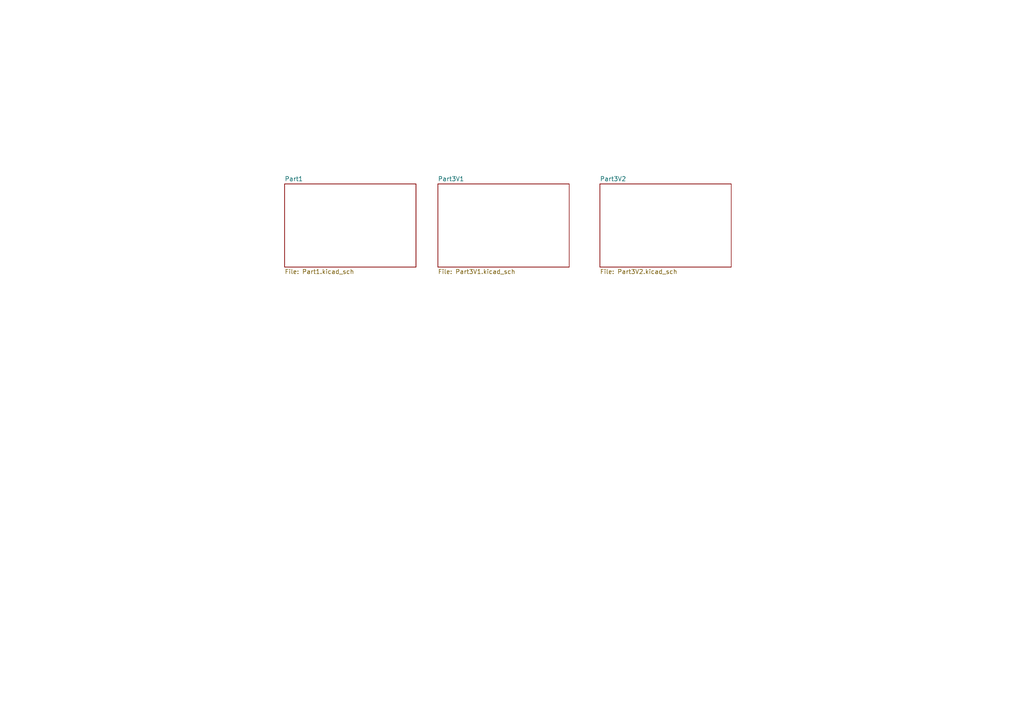
<source format=kicad_sch>
(kicad_sch (version 20230121) (generator eeschema)
  (paper "A4")
  (title_block (date "2024-02-17") (company "Jim Horwitz & Mark Vaughn, Jork Incorporated"))
  (lib_symbols)
  (sheet (at 173.99 53.34) (size 38.1 24.13) (stroke (width 0.1524))
    (property "Sheetname" "Part3V2" (at 173.99 52.6284 0) (effects (justify left bottom)))
    (property "Sheetfile" "Part3V2.kicad_sch" (at 173.99 78.0546 0) (effects (justify left top)))
  )
  (sheet (at 127 53.34) (size 38.1 24.13) (stroke (width 0.1524))
    (property "Sheetname" "Part3V1" (at 127 52.6284 0) (effects (justify left bottom)))
    (property "Sheetfile" "Part3V1.kicad_sch" (at 127 78.0546 0) (effects (justify left top)))
  )
  (sheet (at 82.55 53.34) (size 38.1 24.13) (stroke (width 0.1524))
    (property "Sheetname" "Part1" (at 82.55 52.6284 0) (effects (justify left bottom)))
    (property "Sheetfile" "Part1.kicad_sch" (at 82.55 78.0546 0) (effects (justify left top)))
  )
)
</source>
